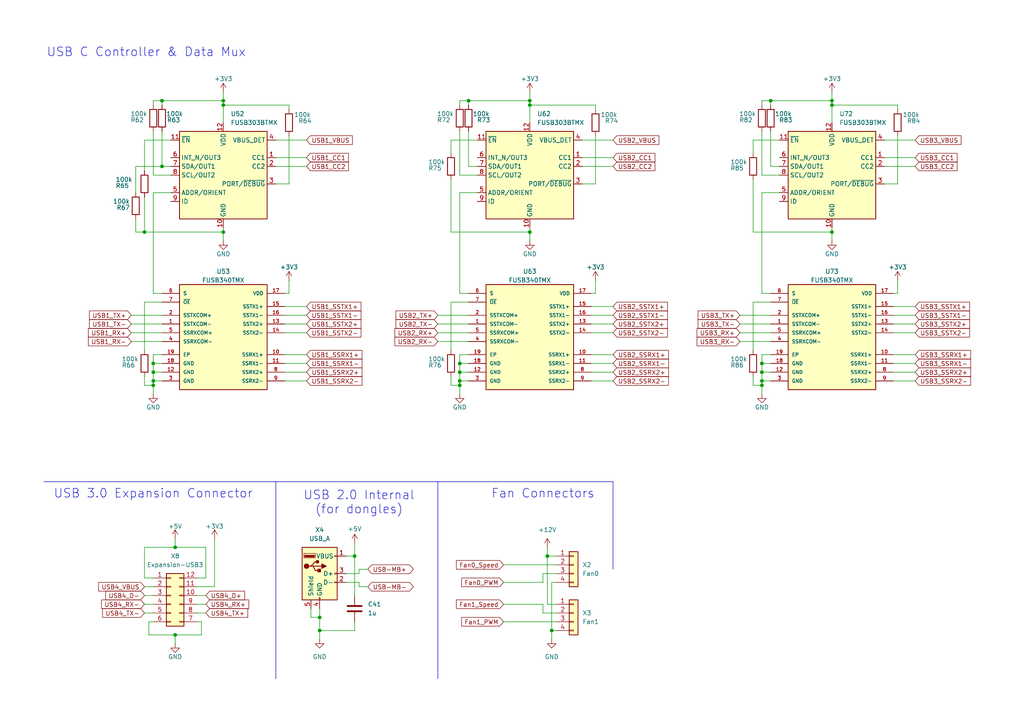
<source format=kicad_sch>
(kicad_sch (version 20250114) (generator "eeschema") (generator_version "9.0")
  (paper "A4")
  (lib_symbols
    (symbol "Connector:USB_A" (pin_names (offset 1.016))
      (property "Reference" "J" (at -5.08 11.43 0))
      (property "Value" "USB_A" (at -5.08 8.89 0))
      (symbol "USB_A_0_1"
        (rectangle (start -5.08 -7.62) (end 5.08 7.62) (stroke (width 0.254)) (fill (type background)))
        (circle (center -3.81 2.159) (radius 0.635) (stroke (width 0.254)) (fill (type outline)))
        (polyline (pts (xy -3.175 2.159) (xy -2.54 2.159) (xy -1.27 3.429) (xy -0.635 3.429)) (stroke (width 0.254)))
        (polyline (pts (xy -2.54 2.159) (xy -1.905 2.159) (xy -1.27 0.889) (xy 0 0.889)) (stroke (width 0.254)))
        (rectangle (start -1.524 4.826) (end -4.318 5.334) (fill (type outline)))
        (rectangle (start -1.27 4.572) (end -4.572 5.842))
        (circle (center -0.635 3.429) (radius 0.381) (stroke (width 0.254)) (fill (type outline)))
        (rectangle (start -0.127 -7.62) (end 0.127 -6.858))
        (rectangle (start 0.254 1.27) (end -0.508 0.508) (stroke (width 0.254)) (fill (type outline)))
        (polyline (pts (xy 0.635 2.794) (xy 0.635 1.524) (xy 1.905 2.159) (xy 0.635 2.794)) (stroke (width 0.254)) (fill (type outline)))
        (rectangle (start 5.08 4.953) (end 4.318 5.207))
        (rectangle (start 5.08 -0.127) (end 4.318 0.127))
        (rectangle (start 5.08 -2.667) (end 4.318 -2.413))
      )
      (symbol "USB_A_1_1"
        (polyline (pts (xy -1.905 2.159) (xy 0.635 2.159)) (stroke (width 0.254)))
        (pin passive line (at -2.54 -10.16 90) (length 2.54) (name "Shield") (number "5"))
        (pin power_in line (at 0 -10.16 90) (length 2.54) (name "GND") (number "4"))
        (pin power_in line (at 7.62 5.08 180) (length 2.54) (name "VBUS") (number "1"))
        (pin bidirectional line (at 7.62 0 180) (length 2.54) (name "D+") (number "3"))
        (pin bidirectional line (at 7.62 -2.54 180) (length 2.54) (name "D-") (number "2"))
      )
    )
    (symbol "Connector_Generic:Conn_01x04" (pin_names (offset 1.016) (hide yes))
      (property "Reference" "J" (at 0 5.08 0))
      (property "Value" "Conn_01x04" (at 0 -7.62 0))
      (symbol "Conn_01x04_1_1"
        (rectangle (start -1.27 3.81) (end 1.27 -6.35) (stroke (width 0.254)) (fill (type background)))
        (rectangle (start -1.27 2.667) (end 0 2.413) (stroke (width 0.1524)))
        (rectangle (start -1.27 0.127) (end 0 -0.127) (stroke (width 0.1524)))
        (rectangle (start -1.27 -2.413) (end 0 -2.667) (stroke (width 0.1524)))
        (rectangle (start -1.27 -4.953) (end 0 -5.207) (stroke (width 0.1524)))
        (pin passive line (at -5.08 2.54 0) (length 3.81) (name "Pin_1") (number "1"))
        (pin passive line (at -5.08 0 0) (length 3.81) (name "Pin_2") (number "2"))
        (pin passive line (at -5.08 -2.54 0) (length 3.81) (name "Pin_3") (number "3"))
        (pin passive line (at -5.08 -5.08 0) (length 3.81) (name "Pin_4") (number "4"))
      )
    )
    (symbol "Connector_Generic:Conn_02x06_Counter_Clockwise" (pin_names (offset 1.016) (hide yes))
      (property "Reference" "J" (at 1.27 7.62 0))
      (property "Value" "Conn_02x06_Counter_Clockwise" (at 1.27 -10.16 0))
      (symbol "Conn_02x06_Counter_Clockwise_1_1"
        (rectangle (start -1.27 6.35) (end 3.81 -8.89) (stroke (width 0.254)) (fill (type background)))
        (rectangle (start -1.27 5.207) (end 0 4.953) (stroke (width 0.1524)))
        (rectangle (start -1.27 2.667) (end 0 2.413) (stroke (width 0.1524)))
        (rectangle (start -1.27 0.127) (end 0 -0.127) (stroke (width 0.1524)))
        (rectangle (start -1.27 -2.413) (end 0 -2.667) (stroke (width 0.1524)))
        (rectangle (start -1.27 -4.953) (end 0 -5.207) (stroke (width 0.1524)))
        (rectangle (start -1.27 -7.493) (end 0 -7.747) (stroke (width 0.1524)))
        (rectangle (start 3.81 5.207) (end 2.54 4.953) (stroke (width 0.1524)))
        (rectangle (start 3.81 2.667) (end 2.54 2.413) (stroke (width 0.1524)))
        (rectangle (start 3.81 0.127) (end 2.54 -0.127) (stroke (width 0.1524)))
        (rectangle (start 3.81 -2.413) (end 2.54 -2.667) (stroke (width 0.1524)))
        (rectangle (start 3.81 -4.953) (end 2.54 -5.207) (stroke (width 0.1524)))
        (rectangle (start 3.81 -7.493) (end 2.54 -7.747) (stroke (width 0.1524)))
        (pin passive line (at -5.08 5.08 0) (length 3.81) (name "Pin_1") (number "1"))
        (pin passive line (at -5.08 2.54 0) (length 3.81) (name "Pin_2") (number "2"))
        (pin passive line (at -5.08 0 0) (length 3.81) (name "Pin_3") (number "3"))
        (pin passive line (at -5.08 -2.54 0) (length 3.81) (name "Pin_4") (number "4"))
        (pin passive line (at -5.08 -5.08 0) (length 3.81) (name "Pin_5") (number "5"))
        (pin passive line (at -5.08 -7.62 0) (length 3.81) (name "Pin_6") (number "6"))
        (pin passive line (at 7.62 5.08 180) (length 3.81) (name "Pin_12") (number "12"))
        (pin passive line (at 7.62 2.54 180) (length 3.81) (name "Pin_11") (number "11"))
        (pin passive line (at 7.62 0 180) (length 3.81) (name "Pin_10") (number "10"))
        (pin passive line (at 7.62 -2.54 180) (length 3.81) (name "Pin_9") (number "9"))
        (pin passive line (at 7.62 -5.08 180) (length 3.81) (name "Pin_8") (number "8"))
        (pin passive line (at 7.62 -7.62 180) (length 3.81) (name "Pin_7") (number "7"))
      )
    )
    (symbol "Device:C" (pin_numbers (hide yes)) (pin_names (offset 0.254))
      (property "Reference" "C" (at 0.635 2.54 0))
      (property "Value" "C" (at 0.635 -2.54 0))
      (symbol "C_0_1"
        (polyline (pts (xy -2.032 0.762) (xy 2.032 0.762)) (stroke (width 0.508)))
        (polyline (pts (xy -2.032 -0.762) (xy 2.032 -0.762)) (stroke (width 0.508)))
      )
      (symbol "C_1_1"
        (pin passive line (at 0 3.81 270) (length 2.794) (name "~") (number "1"))
        (pin passive line (at 0 -3.81 90) (length 2.794) (name "~") (number "2"))
      )
    )
    (symbol "Device:R" (pin_numbers (hide yes)) (pin_names (offset 0))
      (property "Reference" "R" (at 2.032 0 90))
      (property "Value" "R" (at 0 0 90))
      (symbol "R_0_1"
        (rectangle (start -1.016 -2.54) (end 1.016 2.54) (stroke (width 0.254)))
      )
      (symbol "R_1_1"
        (pin passive line (at 0 3.81 270) (length 1.27) (name "~") (number "1"))
        (pin passive line (at 0 -3.81 90) (length 1.27) (name "~") (number "2"))
      )
    )
    (symbol "Framework-ExpansionBay-IOModule:FUSB340TMX" (pin_names (offset 1.016))
      (property "Reference" "U" (at -12.446 18.542 0))
      (property "Value" "FUSB340TMX" (at -12.7 -14.986 0))
      (symbol "FUSB340TMX_0_0"
        (rectangle (start -12.7 17.78) (end 12.7 -12.7) (stroke (width 0.254)) (fill (type background)))
        (pin input line (at -17.78 15.24 0) (length 5.08) (name "S") (number "6"))
        (pin input line (at -17.78 12.7 0) (length 5.08) (name "~{OE}") (number "7"))
        (pin bidirectional line (at -17.78 8.89 0) (length 5.08) (name "SSTXCOM+") (number "2"))
        (pin bidirectional line (at -17.78 6.35 0) (length 5.08) (name "SSTXCOM-") (number "1"))
        (pin bidirectional line (at -17.78 3.81 0) (length 5.08) (name "SSRXCOM+") (number "5"))
        (pin bidirectional line (at -17.78 1.27 0) (length 5.08) (name "SSRXCOM-") (number "4"))
        (pin power_in line (at -17.78 -2.54 0) (length 5.08) (name "EP") (number "19"))
        (pin power_in line (at -17.78 -5.08 0) (length 5.08) (name "GND") (number "18"))
        (pin power_in line (at -17.78 -7.62 0) (length 5.08) (name "GND") (number "12"))
        (pin power_in line (at -17.78 -10.16 0) (length 5.08) (name "GND") (number "3"))
        (pin power_in line (at 17.78 15.24 180) (length 5.08) (name "VDD") (number "17"))
        (pin bidirectional line (at 17.78 11.43 180) (length 5.08) (name "SSTX1+") (number "15"))
        (pin bidirectional line (at 17.78 8.89 180) (length 5.08) (name "SSTX1-") (number "16"))
        (pin bidirectional line (at 17.78 6.35 180) (length 5.08) (name "SSTX2+") (number "13"))
        (pin bidirectional line (at 17.78 3.81 180) (length 5.08) (name "SSTX2-") (number "14"))
        (pin bidirectional line (at 17.78 -2.54 180) (length 5.08) (name "SSRX1+") (number "10"))
        (pin bidirectional line (at 17.78 -5.08 180) (length 5.08) (name "SSRX1-") (number "11"))
        (pin bidirectional line (at 17.78 -7.62 180) (length 5.08) (name "SSRX2+") (number "8"))
        (pin bidirectional line (at 17.78 -10.16 180) (length 5.08) (name "SSRX2-") (number "9"))
      )
    )
    (symbol "Interface_USB:FUSB303BTMX"
      (property "Reference" "U" (at -11.43 13.97 0))
      (property "Value" "FUSB303BTMX" (at 7.62 -13.97 0))
      (symbol "FUSB303BTMX_0_1"
        (rectangle (start -12.7 12.7) (end 12.7 -12.7) (stroke (width 0.254)) (fill (type background)))
      )
      (symbol "FUSB303BTMX_1_1"
        (pin input line (at -15.24 10.16 0) (length 2.54) (name "~{EN}") (number "11"))
        (pin open_collector line (at -15.24 5.08 0) (length 2.54) (name "INT_N/OUT3") (number "6"))
        (pin bidirectional line (at -15.24 2.54 0) (length 2.54) (name "SDA/OUT1") (number "7"))
        (pin bidirectional line (at -15.24 0 0) (length 2.54) (name "SCL/OUT2") (number "8"))
        (pin bidirectional line (at -15.24 -5.08 0) (length 2.54) (name "ADDR/ORIENT") (number "5"))
        (pin open_collector line (at -15.24 -7.62 0) (length 2.54) (name "ID") (number "9"))
        (pin power_in line (at 0 15.24 270) (length 2.54) (name "VDD") (number "12"))
        (pin power_in line (at 0 -15.24 90) (length 2.54) (name "GND") (number "10"))
        (pin input line (at 15.24 10.16 180) (length 2.54) (name "VBUS_DET") (number "4"))
        (pin bidirectional line (at 15.24 5.08 180) (length 2.54) (name "CC1") (number "1"))
        (pin bidirectional line (at 15.24 2.54 180) (length 2.54) (name "CC2") (number "2"))
        (pin bidirectional line (at 15.24 -2.54 180) (length 2.54) (name "PORT/~{DEBUG}") (number "3"))
      )
    )
    (symbol "power:+12V" (power) (pin_numbers (hide yes)) (pin_names (offset 0) (hide yes))
      (property "Value" "+12V" (at 0 3.556 0))
      (symbol "+12V_0_1"
        (polyline (pts (xy -0.762 1.27) (xy 0 2.54)))
        (polyline (pts (xy 0 2.54) (xy 0.762 1.27)))
        (polyline (pts (xy 0 0) (xy 0 2.54)))
      )
      (symbol "+12V_1_1"
        (pin power_in line (at 0 0 90) (length 0) (name "~") (number "1"))
      )
    )
    (symbol "power:+3V3" (power) (pin_numbers (hide yes)) (pin_names (offset 0) (hide yes))
      (property "Value" "+3V3" (at 0 3.556 0))
      (symbol "+3V3_0_1"
        (polyline (pts (xy -0.762 1.27) (xy 0 2.54)))
        (polyline (pts (xy 0 2.54) (xy 0.762 1.27)))
        (polyline (pts (xy 0 0) (xy 0 2.54)))
      )
      (symbol "+3V3_1_1"
        (pin power_in line (at 0 0 90) (length 0) (name "~") (number "1"))
      )
    )
    (symbol "power:+5V" (power) (pin_numbers (hide yes)) (pin_names (offset 0) (hide yes))
      (property "Value" "+5V" (at 0 3.556 0))
      (symbol "+5V_0_1"
        (polyline (pts (xy -0.762 1.27) (xy 0 2.54)))
        (polyline (pts (xy 0 2.54) (xy 0.762 1.27)))
        (polyline (pts (xy 0 0) (xy 0 2.54)))
      )
      (symbol "+5V_1_1"
        (pin power_in line (at 0 0 90) (length 0) (name "~") (number "1"))
      )
    )
    (symbol "power:GND" (power) (pin_numbers (hide yes)) (pin_names (offset 0) (hide yes))
      (property "Value" "GND" (at 0 -3.81 0))
      (symbol "GND_0_1"
        (polyline (pts (xy 0 0) (xy 0 -1.27) (xy 1.27 -1.27) (xy 0 -2.54) (xy -1.27 -1.27) (xy 0 -1.27)))
      )
      (symbol "GND_1_1"
        (pin power_in line (at 0 0 270) (length 0) (name "~") (number "1"))
      )
    )
  )
  (text "USB 2.0 Internal\n(for dongles)" (at 104.14 145.796 0) (effects (font (size 2.54 2.54))))
  (text "USB 3.0 Expansion Connector" (at 44.45 143.256 0) (effects (font (size 2.54 2.54))))
  (text "Fan Connectors" (at 157.48 143.256 0) (effects (font (size 2.54 2.54))))
  (text "USB C Controller & Data Mux" (at 42.418 15.24 0) (effects (font (size 2.54 2.54))))
  (junction (at 44.45 107.95))
  (junction (at 50.8 184.15))
  (junction (at 133.35 105.41))
  (junction (at 64.77 29.21))
  (junction (at 46.99 29.21))
  (junction (at 153.67 30.48))
  (junction (at 241.3 29.21))
  (junction (at 220.98 107.95))
  (junction (at 44.45 111.76))
  (junction (at 92.71 179.07))
  (junction (at 92.71 182.88))
  (junction (at 220.98 110.49))
  (junction (at 160.02 182.88))
  (junction (at 220.98 111.76))
  (junction (at 133.35 110.49))
  (junction (at 220.98 105.41))
  (junction (at 46.99 48.26))
  (junction (at 241.3 30.48))
  (junction (at 50.8 158.75))
  (junction (at 158.75 161.29))
  (junction (at 41.91 67.31))
  (junction (at 64.77 30.48))
  (junction (at 102.87 161.29))
  (junction (at 241.3 67.31))
  (junction (at 133.35 111.76))
  (junction (at 135.89 29.21))
  (junction (at 44.45 105.41))
  (junction (at 153.67 29.21))
  (junction (at 133.35 107.95))
  (junction (at 44.45 110.49))
  (junction (at 153.67 67.31))
  (junction (at 223.52 29.21))
  (junction (at 64.77 67.31))
  (wire (pts (xy 241.3 26.67) (xy 241.3 29.21)))
  (wire (pts (xy 153.67 26.67) (xy 153.67 29.21)))
  (wire (pts (xy 260.35 85.09) (xy 259.08 85.09)))
  (wire (pts (xy 41.91 40.64) (xy 49.53 40.64)))
  (wire (pts (xy 168.91 48.26) (xy 177.8 48.26)))
  (wire (pts (xy 104.14 168.91) (xy 104.14 170.18)))
  (wire (pts (xy 256.54 40.64) (xy 265.43 40.64)))
  (wire (pts (xy 218.44 44.45) (xy 218.44 40.64)))
  (wire (pts (xy 80.01 48.26) (xy 88.9 48.26)))
  (wire (pts (xy 130.81 67.31) (xy 153.67 67.31)))
  (wire (pts (xy 220.98 110.49) (xy 223.52 110.49)))
  (wire (pts (xy 133.35 110.49) (xy 135.89 110.49)))
  (wire (pts (xy 214.63 96.52) (xy 223.52 96.52)))
  (wire (pts (xy 241.3 67.31) (xy 241.3 69.85)))
  (wire (pts (xy 171.45 107.95) (xy 177.8 107.95)))
  (wire (pts (xy 82.55 91.44) (xy 88.9 91.44)))
  (wire (pts (xy 104.14 170.18) (xy 106.68 170.18)))
  (wire (pts (xy 218.44 101.6) (xy 218.44 87.63)))
  (wire (pts (xy 43.18 180.34) (xy 43.18 184.15)))
  (wire (pts (xy 49.53 55.88) (xy 44.45 55.88)))
  (wire (pts (xy 41.91 67.31) (xy 64.77 67.31)))
  (wire (pts (xy 41.91 158.75) (xy 50.8 158.75)))
  (wire (pts (xy 39.37 67.31) (xy 41.91 67.31)))
  (wire (pts (xy 82.55 88.9) (xy 88.9 88.9)))
  (wire (pts (xy 160.02 182.88) (xy 160.02 185.42)))
  (wire (pts (xy 130.81 52.07) (xy 130.81 67.31)))
  (wire (pts (xy 130.81 111.76) (xy 133.35 111.76)))
  (wire (pts (xy 104.14 165.1) (xy 104.14 166.37)))
  (wire (pts (xy 46.99 29.21) (xy 46.99 30.48)))
  (wire (pts (xy 80.01 40.64) (xy 88.9 40.64)))
  (wire (pts (xy 44.45 111.76) (xy 44.45 110.49)))
  (wire (pts (xy 172.72 30.48) (xy 153.67 30.48)))
  (wire (pts (xy 41.91 101.6) (xy 41.91 87.63)))
  (wire (pts (xy 218.44 111.76) (xy 220.98 111.76)))
  (wire (pts (xy 83.82 39.37) (xy 83.82 53.34)))
  (wire (pts (xy 133.35 114.3) (xy 133.35 111.76)))
  (wire (pts (xy 218.44 67.31) (xy 241.3 67.31)))
  (wire (pts (xy 64.77 67.31) (xy 64.77 69.85)))
  (wire (pts (xy 83.82 53.34) (xy 80.01 53.34)))
  (wire (pts (xy 133.35 30.48) (xy 133.35 29.21)))
  (wire (pts (xy 58.42 180.34) (xy 58.42 184.15)))
  (wire (pts (xy 41.91 57.15) (xy 41.91 67.31)))
  (wire (pts (xy 218.44 52.07) (xy 218.44 67.31)))
  (wire (pts (xy 226.06 55.88) (xy 220.98 55.88)))
  (wire (pts (xy 220.98 102.87) (xy 223.52 102.87)))
  (wire (pts (xy 133.35 105.41) (xy 135.89 105.41)))
  (wire (pts (xy 138.43 55.88) (xy 133.35 55.88)))
  (wire (pts (xy 146.05 180.34) (xy 161.29 180.34)))
  (wire (pts (xy 241.3 29.21) (xy 241.3 30.48)))
  (wire (pts (xy 46.99 48.26) (xy 49.53 48.26)))
  (wire (pts (xy 41.91 109.22) (xy 41.91 111.76)))
  (wire (pts (xy 133.35 107.95) (xy 133.35 105.41)))
  (wire (pts (xy 44.45 29.21) (xy 46.99 29.21)))
  (wire (pts (xy 38.1 91.44) (xy 46.99 91.44)))
  (wire (pts (xy 133.35 50.8) (xy 133.35 38.1)))
  (wire (pts (xy 41.91 49.53) (xy 41.91 40.64)))
  (wire (pts (xy 44.45 114.3) (xy 44.45 111.76)))
  (wire (pts (xy 172.72 53.34) (xy 168.91 53.34)))
  (wire (pts (xy 171.45 96.52) (xy 177.8 96.52)))
  (wire (pts (xy 41.91 175.26) (xy 44.45 175.26)))
  (wire (pts (xy 64.77 29.21) (xy 64.77 30.48)))
  (wire (pts (xy 57.15 180.34) (xy 58.42 180.34)))
  (wire (pts (xy 57.15 172.72) (xy 59.69 172.72)))
  (wire (pts (xy 44.45 55.88) (xy 44.45 85.09)))
  (wire (pts (xy 218.44 109.22) (xy 218.44 111.76)))
  (wire (pts (xy 220.98 55.88) (xy 220.98 85.09)))
  (polyline (pts (xy 177.8 165.1) (xy 177.8 139.7)))
  (wire (pts (xy 104.14 165.1) (xy 106.68 165.1)))
  (wire (pts (xy 256.54 48.26) (xy 265.43 48.26)))
  (wire (pts (xy 259.08 88.9) (xy 265.43 88.9)))
  (wire (pts (xy 168.91 40.64) (xy 177.8 40.64)))
  (wire (pts (xy 133.35 102.87) (xy 135.89 102.87)))
  (wire (pts (xy 260.35 31.75) (xy 260.35 30.48)))
  (wire (pts (xy 135.89 38.1) (xy 135.89 48.26)))
  (wire (pts (xy 130.81 101.6) (xy 130.81 87.63)))
  (wire (pts (xy 130.81 40.64) (xy 138.43 40.64)))
  (wire (pts (xy 260.35 39.37) (xy 260.35 53.34)))
  (wire (pts (xy 157.48 177.8) (xy 161.29 177.8)))
  (wire (pts (xy 223.52 38.1) (xy 223.52 48.26)))
  (wire (pts (xy 171.45 88.9) (xy 177.8 88.9)))
  (wire (pts (xy 90.17 176.53) (xy 90.17 179.07)))
  (wire (pts (xy 64.77 26.67) (xy 64.77 29.21)))
  (wire (pts (xy 41.91 111.76) (xy 44.45 111.76)))
  (wire (pts (xy 146.05 175.26) (xy 157.48 175.26)))
  (wire (pts (xy 158.75 175.26) (xy 158.75 161.29)))
  (wire (pts (xy 260.35 53.34) (xy 256.54 53.34)))
  (wire (pts (xy 44.45 105.41) (xy 44.45 102.87)))
  (wire (pts (xy 172.72 85.09) (xy 171.45 85.09)))
  (wire (pts (xy 161.29 175.26) (xy 158.75 175.26)))
  (wire (pts (xy 158.75 161.29) (xy 161.29 161.29)))
  (wire (pts (xy 44.45 105.41) (xy 46.99 105.41)))
  (wire (pts (xy 59.69 167.64) (xy 57.15 167.64)))
  (wire (pts (xy 64.77 66.04) (xy 64.77 67.31)))
  (wire (pts (xy 44.45 180.34) (xy 43.18 180.34)))
  (wire (pts (xy 92.71 182.88) (xy 92.71 185.42)))
  (wire (pts (xy 82.55 107.95) (xy 88.9 107.95)))
  (wire (pts (xy 127 99.06) (xy 135.89 99.06)))
  (wire (pts (xy 220.98 50.8) (xy 220.98 38.1)))
  (wire (pts (xy 59.69 158.75) (xy 59.69 167.64)))
  (wire (pts (xy 44.45 110.49) (xy 46.99 110.49)))
  (wire (pts (xy 260.35 81.28) (xy 260.35 85.09)))
  (wire (pts (xy 153.67 29.21) (xy 153.67 30.48)))
  (wire (pts (xy 83.82 85.09) (xy 82.55 85.09)))
  (wire (pts (xy 44.45 107.95) (xy 46.99 107.95)))
  (wire (pts (xy 220.98 105.41) (xy 223.52 105.41)))
  (wire (pts (xy 44.45 107.95) (xy 44.45 105.41)))
  (wire (pts (xy 44.45 110.49) (xy 44.45 107.95)))
  (wire (pts (xy 130.81 109.22) (xy 130.81 111.76)))
  (wire (pts (xy 102.87 161.29) (xy 102.87 157.48)))
  (wire (pts (xy 220.98 30.48) (xy 220.98 29.21)))
  (wire (pts (xy 133.35 107.95) (xy 135.89 107.95)))
  (wire (pts (xy 39.37 48.26) (xy 46.99 48.26)))
  (wire (pts (xy 50.8 156.21) (xy 50.8 158.75)))
  (wire (pts (xy 62.23 170.18) (xy 57.15 170.18)))
  (wire (pts (xy 41.91 167.64) (xy 41.91 158.75)))
  (wire (pts (xy 171.45 110.49) (xy 177.8 110.49)))
  (wire (pts (xy 92.71 179.07) (xy 92.71 182.88)))
  (wire (pts (xy 171.45 105.41) (xy 177.8 105.41)))
  (wire (pts (xy 127 96.52) (xy 135.89 96.52)))
  (wire (pts (xy 133.35 85.09) (xy 135.89 85.09)))
  (wire (pts (xy 102.87 161.29) (xy 102.87 172.72)))
  (wire (pts (xy 92.71 182.88) (xy 102.87 182.88)))
  (wire (pts (xy 50.8 158.75) (xy 59.69 158.75)))
  (wire (pts (xy 160.02 182.88) (xy 161.29 182.88)))
  (polyline (pts (xy 80.01 139.7) (xy 80.01 196.85)))
  (wire (pts (xy 38.1 96.52) (xy 46.99 96.52)))
  (wire (pts (xy 58.42 184.15) (xy 50.8 184.15)))
  (wire (pts (xy 82.55 96.52) (xy 88.9 96.52)))
  (wire (pts (xy 57.15 177.8) (xy 59.69 177.8)))
  (wire (pts (xy 46.99 38.1) (xy 46.99 48.26)))
  (wire (pts (xy 100.33 168.91) (xy 104.14 168.91)))
  (wire (pts (xy 44.45 85.09) (xy 46.99 85.09)))
  (wire (pts (xy 44.45 30.48) (xy 44.45 29.21)))
  (wire (pts (xy 133.35 29.21) (xy 135.89 29.21)))
  (wire (pts (xy 82.55 110.49) (xy 88.9 110.49)))
  (wire (pts (xy 153.67 66.04) (xy 153.67 67.31)))
  (wire (pts (xy 82.55 105.41) (xy 88.9 105.41)))
  (wire (pts (xy 218.44 40.64) (xy 226.06 40.64)))
  (wire (pts (xy 130.81 44.45) (xy 130.81 40.64)))
  (wire (pts (xy 41.91 172.72) (xy 44.45 172.72)))
  (wire (pts (xy 241.3 30.48) (xy 241.3 35.56)))
  (wire (pts (xy 259.08 102.87) (xy 265.43 102.87)))
  (wire (pts (xy 259.08 105.41) (xy 265.43 105.41)))
  (wire (pts (xy 260.35 30.48) (xy 241.3 30.48)))
  (wire (pts (xy 43.18 184.15) (xy 50.8 184.15)))
  (wire (pts (xy 46.99 29.21) (xy 64.77 29.21)))
  (wire (pts (xy 226.06 50.8) (xy 220.98 50.8)))
  (wire (pts (xy 220.98 110.49) (xy 220.98 107.95)))
  (wire (pts (xy 146.05 168.91) (xy 157.48 168.91)))
  (wire (pts (xy 44.45 102.87) (xy 46.99 102.87)))
  (wire (pts (xy 130.81 87.63) (xy 135.89 87.63)))
  (wire (pts (xy 133.35 110.49) (xy 133.35 107.95)))
  (wire (pts (xy 220.98 114.3) (xy 220.98 111.76)))
  (wire (pts (xy 220.98 85.09) (xy 223.52 85.09)))
  (wire (pts (xy 259.08 107.95) (xy 265.43 107.95)))
  (wire (pts (xy 133.35 111.76) (xy 133.35 110.49)))
  (wire (pts (xy 64.77 30.48) (xy 64.77 35.56)))
  (wire (pts (xy 83.82 30.48) (xy 64.77 30.48)))
  (wire (pts (xy 171.45 102.87) (xy 177.8 102.87)))
  (wire (pts (xy 153.67 67.31) (xy 153.67 69.85)))
  (wire (pts (xy 223.52 48.26) (xy 226.06 48.26)))
  (wire (pts (xy 62.23 156.21) (xy 62.23 170.18)))
  (wire (pts (xy 218.44 87.63) (xy 223.52 87.63)))
  (wire (pts (xy 50.8 184.15) (xy 50.8 186.69)))
  (wire (pts (xy 41.91 170.18) (xy 44.45 170.18)))
  (wire (pts (xy 241.3 66.04) (xy 241.3 67.31)))
  (wire (pts (xy 214.63 99.06) (xy 223.52 99.06)))
  (wire (pts (xy 39.37 63.5) (xy 39.37 67.31)))
  (wire (pts (xy 259.08 91.44) (xy 265.43 91.44)))
  (wire (pts (xy 39.37 55.88) (xy 39.37 48.26)))
  (wire (pts (xy 168.91 45.72) (xy 177.8 45.72)))
  (wire (pts (xy 44.45 167.64) (xy 41.91 167.64)))
  (wire (pts (xy 220.98 105.41) (xy 220.98 102.87)))
  (wire (pts (xy 160.02 168.91) (xy 161.29 168.91)))
  (wire (pts (xy 220.98 107.95) (xy 223.52 107.95)))
  (wire (pts (xy 133.35 55.88) (xy 133.35 85.09)))
  (polyline (pts (xy 127 139.7) (xy 127 196.85)))
  (wire (pts (xy 157.48 166.37) (xy 157.48 168.91)))
  (wire (pts (xy 38.1 99.06) (xy 46.99 99.06)))
  (wire (pts (xy 172.72 39.37) (xy 172.72 53.34)))
  (polyline (pts (xy 12.7 139.7) (xy 177.8 139.7)))
  (wire (pts (xy 100.33 161.29) (xy 102.87 161.29)))
  (wire (pts (xy 223.52 29.21) (xy 223.52 30.48)))
  (wire (pts (xy 102.87 180.34) (xy 102.87 182.88)))
  (wire (pts (xy 92.71 176.53) (xy 92.71 179.07)))
  (wire (pts (xy 135.89 29.21) (xy 153.67 29.21)))
  (wire (pts (xy 135.89 29.21) (xy 135.89 30.48)))
  (wire (pts (xy 90.17 179.07) (xy 92.71 179.07)))
  (wire (pts (xy 259.08 93.98) (xy 265.43 93.98)))
  (wire (pts (xy 160.02 168.91) (xy 160.02 182.88)))
  (wire (pts (xy 153.67 30.48) (xy 153.67 35.56)))
  (wire (pts (xy 172.72 81.28) (xy 172.72 85.09)))
  (wire (pts (xy 157.48 177.8) (xy 157.48 175.26)))
  (wire (pts (xy 80.01 45.72) (xy 88.9 45.72)))
  (wire (pts (xy 82.55 102.87) (xy 88.9 102.87)))
  (wire (pts (xy 44.45 50.8) (xy 44.45 38.1)))
  (wire (pts (xy 104.14 166.37) (xy 100.33 166.37)))
  (wire (pts (xy 133.35 105.41) (xy 133.35 102.87)))
  (wire (pts (xy 127 93.98) (xy 135.89 93.98)))
  (wire (pts (xy 214.63 93.98) (xy 223.52 93.98)))
  (wire (pts (xy 171.45 93.98) (xy 177.8 93.98)))
  (wire (pts (xy 157.48 166.37) (xy 161.29 166.37)))
  (wire (pts (xy 41.91 87.63) (xy 46.99 87.63)))
  (wire (pts (xy 57.15 175.26) (xy 59.69 175.26)))
  (wire (pts (xy 135.89 48.26) (xy 138.43 48.26)))
  (wire (pts (xy 83.82 81.28) (xy 83.82 85.09)))
  (wire (pts (xy 220.98 111.76) (xy 220.98 110.49)))
  (wire (pts (xy 220.98 29.21) (xy 223.52 29.21)))
  (wire (pts (xy 49.53 50.8) (xy 44.45 50.8)))
  (wire (pts (xy 214.63 91.44) (xy 223.52 91.44)))
  (wire (pts (xy 259.08 110.49) (xy 265.43 110.49)))
  (wire (pts (xy 171.45 91.44) (xy 177.8 91.44)))
  (wire (pts (xy 220.98 107.95) (xy 220.98 105.41)))
  (wire (pts (xy 38.1 93.98) (xy 46.99 93.98)))
  (wire (pts (xy 127 91.44) (xy 135.89 91.44)))
  (wire (pts (xy 146.05 163.83) (xy 161.29 163.83)))
  (wire (pts (xy 83.82 31.75) (xy 83.82 30.48)))
  (wire (pts (xy 172.72 31.75) (xy 172.72 30.48)))
  (wire (pts (xy 223.52 29.21) (xy 241.3 29.21)))
  (wire (pts (xy 138.43 50.8) (xy 133.35 50.8)))
  (wire (pts (xy 41.91 177.8) (xy 44.45 177.8)))
  (wire (pts (xy 82.55 93.98) (xy 88.9 93.98)))
  (wire (pts (xy 259.08 96.52) (xy 265.43 96.52)))
  (wire (pts (xy 158.75 158.75) (xy 158.75 161.29)))
  (wire (pts (xy 256.54 45.72) (xy 265.43 45.72)))
  (global_label "USB4_RX+" (shape input) (at 59.69 175.26 0) (property "Intersheetrefs" "${INTERSHEET_REFS}" (effects (hide yes))))
  (global_label "USB1_VBUS" (shape input) (at 88.9 40.64 0) (property "Intersheetrefs" "${INTERSHEET_REFS}" (effects (hide yes))))
  (global_label "USB2_SSTX2+" (shape input) (at 177.8 93.98 0) (property "Intersheetrefs" "${INTERSHEET_REFS}" (effects (hide yes))))
  (global_label "USB1_SSRX2-" (shape input) (at 88.9 110.49 0) (property "Intersheetrefs" "${INTERSHEET_REFS}" (effects (hide yes))))
  (global_label "Fan1_PWM" (shape input) (at 146.05 180.34 180) (property "Intersheetrefs" "${INTERSHEET_REFS}" (effects (hide yes))))
  (global_label "Fan1_Speed" (shape input) (at 146.05 175.26 180) (property "Intersheetrefs" "${INTERSHEET_REFS}" (effects (hide yes))))
  (global_label "USB-MB+" (shape bidirectional) (at 106.68 165.1 0) (property "Intersheetrefs" "${INTERSHEET_REFS}" (effects (hide yes))))
  (global_label "USB2_RX-" (shape input) (at 127 99.06 180) (property "Intersheetrefs" "${INTERSHEET_REFS}" (effects (hide yes))))
  (global_label "USB3_RX+" (shape input) (at 214.63 96.52 180) (property "Intersheetrefs" "${INTERSHEET_REFS}" (effects (hide yes))))
  (global_label "USB-MB-" (shape bidirectional) (at 106.68 170.18 0) (property "Intersheetrefs" "${INTERSHEET_REFS}" (effects (hide yes))))
  (global_label "Fan0_Speed" (shape input) (at 146.05 163.83 180) (property "Intersheetrefs" "${INTERSHEET_REFS}" (effects (hide yes))))
  (global_label "USB1_CC1" (shape input) (at 88.9 45.72 0) (property "Intersheetrefs" "${INTERSHEET_REFS}" (effects (hide yes))))
  (global_label "USB1_SSRX2+" (shape input) (at 88.9 107.95 0) (property "Intersheetrefs" "${INTERSHEET_REFS}" (effects (hide yes))))
  (global_label "USB2_VBUS" (shape input) (at 177.8 40.64 0) (property "Intersheetrefs" "${INTERSHEET_REFS}" (effects (hide yes))))
  (global_label "USB1_SSTX1+" (shape input) (at 88.9 88.9 0) (property "Intersheetrefs" "${INTERSHEET_REFS}" (effects (hide yes))))
  (global_label "USB3_CC2" (shape input) (at 265.43 48.26 0) (property "Intersheetrefs" "${INTERSHEET_REFS}" (effects (hide yes))))
  (global_label "USB2_SSTX2-" (shape input) (at 177.8 96.52 0) (property "Intersheetrefs" "${INTERSHEET_REFS}" (effects (hide yes))))
  (global_label "USB2_SSTX1+" (shape input) (at 177.8 88.9 0) (property "Intersheetrefs" "${INTERSHEET_REFS}" (effects (hide yes))))
  (global_label "USB1_CC2" (shape input) (at 88.9 48.26 0) (property "Intersheetrefs" "${INTERSHEET_REFS}" (effects (hide yes))))
  (global_label "USB3_SSTX1-" (shape input) (at 265.43 91.44 0) (property "Intersheetrefs" "${INTERSHEET_REFS}" (effects (hide yes))))
  (global_label "USB1_SSRX1-" (shape input) (at 88.9 105.41 0) (property "Intersheetrefs" "${INTERSHEET_REFS}" (effects (hide yes))))
  (global_label "USB1_SSTX2+" (shape input) (at 88.9 93.98 0) (property "Intersheetrefs" "${INTERSHEET_REFS}" (effects (hide yes))))
  (global_label "USB1_SSTX2-" (shape input) (at 88.9 96.52 0) (property "Intersheetrefs" "${INTERSHEET_REFS}" (effects (hide yes))))
  (global_label "USB4_TX-" (shape input) (at 41.91 177.8 180) (property "Intersheetrefs" "${INTERSHEET_REFS}" (effects (hide yes))))
  (global_label "USB3_SSRX1-" (shape input) (at 265.43 105.41 0) (property "Intersheetrefs" "${INTERSHEET_REFS}" (effects (hide yes))))
  (global_label "USB3_SSTX2+" (shape input) (at 265.43 93.98 0) (property "Intersheetrefs" "${INTERSHEET_REFS}" (effects (hide yes))))
  (global_label "USB2_CC2" (shape input) (at 177.8 48.26 0) (property "Intersheetrefs" "${INTERSHEET_REFS}" (effects (hide yes))))
  (global_label "USB4_TX+" (shape input) (at 59.69 177.8 0) (property "Intersheetrefs" "${INTERSHEET_REFS}" (effects (hide yes))))
  (global_label "USB4_VBUS" (shape input) (at 41.91 170.18 180) (property "Intersheetrefs" "${INTERSHEET_REFS}" (effects (hide yes))))
  (global_label "USB4_D-" (shape input) (at 41.91 172.72 180) (property "Intersheetrefs" "${INTERSHEET_REFS}" (effects (hide yes))))
  (global_label "USB2_CC1" (shape input) (at 177.8 45.72 0) (property "Intersheetrefs" "${INTERSHEET_REFS}" (effects (hide yes))))
  (global_label "USB3_SSTX1+" (shape input) (at 265.43 88.9 0) (property "Intersheetrefs" "${INTERSHEET_REFS}" (effects (hide yes))))
  (global_label "USB3_SSRX2+" (shape input) (at 265.43 107.95 0) (property "Intersheetrefs" "${INTERSHEET_REFS}" (effects (hide yes))))
  (global_label "USB3_SSTX2-" (shape input) (at 265.43 96.52 0) (property "Intersheetrefs" "${INTERSHEET_REFS}" (effects (hide yes))))
  (global_label "USB4_RX-" (shape input) (at 41.91 175.26 180) (property "Intersheetrefs" "${INTERSHEET_REFS}" (effects (hide yes))))
  (global_label "USB2_SSTX1-" (shape input) (at 177.8 91.44 0) (property "Intersheetrefs" "${INTERSHEET_REFS}" (effects (hide yes))))
  (global_label "USB2_TX+" (shape input) (at 127 91.44 180) (property "Intersheetrefs" "${INTERSHEET_REFS}" (effects (hide yes))))
  (global_label "USB1_TX-" (shape input) (at 38.1 93.98 180) (property "Intersheetrefs" "${INTERSHEET_REFS}" (effects (hide yes))))
  (global_label "USB4_D+" (shape input) (at 59.69 172.72 0) (property "Intersheetrefs" "${INTERSHEET_REFS}" (effects (hide yes))))
  (global_label "USB3_SSRX1+" (shape input) (at 265.43 102.87 0) (property "Intersheetrefs" "${INTERSHEET_REFS}" (effects (hide yes))))
  (global_label "USB3_VBUS" (shape input) (at 265.43 40.64 0) (property "Intersheetrefs" "${INTERSHEET_REFS}" (effects (hide yes))))
  (global_label "USB2_SSRX2-" (shape input) (at 177.8 110.49 0) (property "Intersheetrefs" "${INTERSHEET_REFS}" (effects (hide yes))))
  (global_label "USB1_SSTX1-" (shape input) (at 88.9 91.44 0) (property "Intersheetrefs" "${INTERSHEET_REFS}" (effects (hide yes))))
  (global_label "Fan0_PWM" (shape input) (at 146.05 168.91 180) (property "Intersheetrefs" "${INTERSHEET_REFS}" (effects (hide yes))))
  (global_label "USB3_TX-" (shape input) (at 214.63 93.98 180) (property "Intersheetrefs" "${INTERSHEET_REFS}" (effects (hide yes))))
  (global_label "USB1_TX+" (shape input) (at 38.1 91.44 180) (property "Intersheetrefs" "${INTERSHEET_REFS}" (effects (hide yes))))
  (global_label "USB2_RX+" (shape input) (at 127 96.52 180) (property "Intersheetrefs" "${INTERSHEET_REFS}" (effects (hide yes))))
  (global_label "USB3_SSRX2-" (shape input) (at 265.43 110.49 0) (property "Intersheetrefs" "${INTERSHEET_REFS}" (effects (hide yes))))
  (global_label "USB3_TX+" (shape input) (at 214.63 91.44 180) (property "Intersheetrefs" "${INTERSHEET_REFS}" (effects (hide yes))))
  (global_label "USB2_SSRX1+" (shape input) (at 177.8 102.87 0) (property "Intersheetrefs" "${INTERSHEET_REFS}" (effects (hide yes))))
  (global_label "USB1_SSRX1+" (shape input) (at 88.9 102.87 0) (property "Intersheetrefs" "${INTERSHEET_REFS}" (effects (hide yes))))
  (global_label "USB1_RX-" (shape input) (at 38.1 99.06 180) (property "Intersheetrefs" "${INTERSHEET_REFS}" (effects (hide yes))))
  (global_label "USB2_SSRX2+" (shape input) (at 177.8 107.95 0) (property "Intersheetrefs" "${INTERSHEET_REFS}" (effects (hide yes))))
  (global_label "USB1_RX+" (shape input) (at 38.1 96.52 180) (property "Intersheetrefs" "${INTERSHEET_REFS}" (effects (hide yes))))
  (global_label "USB3_CC1" (shape input) (at 265.43 45.72 0) (property "Intersheetrefs" "${INTERSHEET_REFS}" (effects (hide yes))))
  (global_label "USB3_RX-" (shape input) (at 214.63 99.06 180) (property "Intersheetrefs" "${INTERSHEET_REFS}" (effects (hide yes))))
  (global_label "USB2_SSRX1-" (shape input) (at 177.8 105.41 0) (property "Intersheetrefs" "${INTERSHEET_REFS}" (effects (hide yes))))
  (global_label "USB2_TX-" (shape input) (at 127 93.98 180) (property "Intersheetrefs" "${INTERSHEET_REFS}" (effects (hide yes))))
  (symbol (lib_id "Device:R") (at 83.82 35.56 180) (unit 1)
    (property "Reference" "R64" (at 90.424 35.052 0) (effects (justify left)))
    (property "Value" "100k" (at 90.17 33.274 0) (effects (justify left)))
    (property "Footprint" "Resistor_SMD:R_0805_2012Metric" (effects (hide yes)))
    (property "Description" "Resistor" (effects (hide yes)))
  )
  (symbol (lib_id "power:GND") (at 220.98 114.3 0) (unit 1)
    (property "Reference" "#PWR029" (effects (hide yes)))
    (property "Value" "GND" (at 220.98 118.11 0))
    (property "Description" "Power symbol creates a global label with name \"GND\" , ground" (effects (hide yes)))
  )
  (symbol (lib_id "power:GND") (at 241.3 69.85 0) (unit 1)
    (property "Reference" "#PWR046" (effects (hide yes)))
    (property "Value" "GND" (at 241.3 73.66 0))
    (property "Description" "Power symbol creates a global label with name \"GND\" , ground" (effects (hide yes)))
  )
  (symbol (lib_id "power:+12V") (at 158.75 158.75 0) (unit 1)
    (property "Reference" "#PWR03" (effects (hide yes)))
    (property "Value" "+12V" (at 158.75 153.67 0))
    (property "Description" "Power symbol creates a global label with name \"+12V\"" (effects (hide yes)))
  )
  (symbol (lib_id "Connector_Generic:Conn_01x04") (at 166.37 163.83 0) (unit 1)
    (property "Reference" "X2" (at 168.91 163.8299 0) (effects (justify left)))
    (property "Value" "Fan0" (at 168.91 166.3699 0) (effects (justify left)))
    (property "Footprint" "Framework-ExpansionBay:Molex-52746-0471" (effects (hide yes)))
    (property "Datasheet" "https://www.molex.com/en-us/products/part-detail/527460471?display=pdf" (effects (hide yes)))
    (property "Description" "Generic connector, single row, 01x04, script generated (kicad-library-utils/schlib/autogen/connector/)" (effects (hide yes)))
  )
  (symbol (lib_id "Connector_Generic:Conn_02x06_Counter_Clockwise") (at 49.53 172.72 0) (unit 1)
    (property "Reference" "X8" (at 50.8 161.29 0))
    (property "Value" "Expansion-USB3" (at 50.8 163.83 0))
    (property "Footprint" "Framework-ExpansionBay-IOModule:DS1015-02-12R6" (effects (hide yes)))
    (property "Description" "Generic connector, double row, 02x06, counter clockwise pin numbering scheme (similar to DIP package numbering), script generated (kicad-library-utils/schlib/autogen/connector/)" (effects (hide yes)))
  )
  (symbol (lib_id "power:+5V") (at 50.8 156.21 0) (unit 1)
    (property "Reference" "#PWR040" (effects (hide yes)))
    (property "Value" "+5V" (at 50.8 152.654 0))
    (property "Description" "Power symbol creates a global label with name \"+5V\"" (effects (hide yes)))
  )
  (symbol (lib_id "power:+3V3") (at 260.35 81.28 0) (unit 1)
    (property "Reference" "#PWR047" (effects (hide yes)))
    (property "Value" "+3V3" (at 260.35 77.47 0))
    (property "Description" "Power symbol creates a global label with name \"+3V3\"" (effects (hide yes)))
  )
  (symbol (lib_id "power:GND") (at 44.45 114.3 0) (unit 1)
    (property "Reference" "#PWR023" (effects (hide yes)))
    (property "Value" "GND" (at 44.45 118.11 0))
    (property "Description" "Power symbol creates a global label with name \"GND\" , ground" (effects (hide yes)))
  )
  (symbol (lib_id "Framework-ExpansionBay-IOModule:FUSB340TMX") (at 241.3 100.33 0) (unit 1)
    (property "Reference" "U73" (at 241.3 78.74 0))
    (property "Value" "FUSB340TMX" (at 241.3 81.28 0))
    (property "Footprint" "Framework-ExpansionBay-IOModule:QFN40P200X280X40-19N" (effects (hide yes)))
    (property "MF" "ON Semiconductor" (effects (hide yes)))
    (property "MAXIMUM_PACKAGE_HEIGHT" "0.4mm" (effects (hide yes)))
    (property "Package" "X2QFN-18 ON Semiconductor" (effects (hide yes)))
    (property "Price" "None" (effects (hide yes)))
    (property "Check_prices" "https://www.snapeda.com/parts/FUSB340TMX/Onsemi/view-part/?ref=eda" (effects (hide yes)))
    (property "STANDARD" "Manufacturer Recommendations" (effects (hide yes)))
    (property "PARTREV" "2" (effects (hide yes)))
    (property "SnapEDA_Link" "https://www.snapeda.com/parts/FUSB340TMX/Onsemi/view-part/?ref=snap" (effects (hide yes)))
    (property "MP" "FUSB340TMX" (effects (hide yes)))
    (property "Description_1" "USB Switch USB 3.1 USB Interface 18-TMLP (2x2.8)" (effects (hide yes)))
    (property "Availability" "In Stock" (effects (hide yes)))
    (property "MANUFACTURER" "ON Semiconductor" (effects (hide yes)))
  )
  (symbol (lib_id "Device:R") (at 133.35 34.29 0) (unit 1)
    (property "Reference" "R72" (at 126.746 34.798 0) (effects (justify left)))
    (property "Value" "100k" (at 126.746 33.02 0) (effects (justify left)))
    (property "Footprint" "Resistor_SMD:R_0805_2012Metric" (effects (hide yes)))
    (property "Description" "Resistor" (effects (hide yes)))
  )
  (symbol (lib_id "Device:R") (at 44.45 34.29 0) (unit 1)
    (property "Reference" "R62" (at 37.846 34.798 0) (effects (justify left)))
    (property "Value" "100k" (at 37.846 33.02 0) (effects (justify left)))
    (property "Footprint" "Resistor_SMD:R_0805_2012Metric" (effects (hide yes)))
    (property "Description" "Resistor" (effects (hide yes)))
  )
  (symbol (lib_id "Device:R") (at 135.89 34.29 180) (unit 1)
    (property "Reference" "R73" (at 142.24 34.798 0) (effects (justify left)))
    (property "Value" "100k" (at 141.986 33.02 0) (effects (justify left)))
    (property "Footprint" "Resistor_SMD:R_0805_2012Metric" (effects (hide yes)))
    (property "Description" "Resistor" (effects (hide yes)))
  )
  (symbol (lib_id "Interface_USB:FUSB303BTMX") (at 153.67 50.8 0) (unit 1)
    (property "Reference" "U62" (at 155.8133 33.02 0) (effects (justify left)))
    (property "Value" "FUSB303BTMX" (at 155.8133 35.56 0) (effects (justify left)))
    (property "Footprint" "Package_DFN_QFN:Texas_X2QFN-12_1.6x1.6mm_P0.4mm" (effects (hide yes)))
    (property "Datasheet" "https://www.onsemi.com/pdf/datasheet/fusb303b-d.pdf" (effects (hide yes)))
    (property "Description" "USB Type-C port controller with I2C and GPIO control, X2QFN-12" (effects (hide yes)))
  )
  (symbol (lib_id "Device:R") (at 223.52 34.29 180) (unit 1)
    (property "Reference" "R83" (at 229.87 34.798 0) (effects (justify left)))
    (property "Value" "100k" (at 229.616 33.02 0) (effects (justify left)))
    (property "Footprint" "Resistor_SMD:R_0805_2012Metric" (effects (hide yes)))
    (property "Description" "Resistor" (effects (hide yes)))
  )
  (symbol (lib_id "Device:R") (at 218.44 105.41 0) (unit 1)
    (property "Reference" "R86" (at 211.836 105.918 0) (effects (justify left)))
    (property "Value" "100k" (at 211.836 104.14 0) (effects (justify left)))
    (property "Footprint" "Resistor_SMD:R_0805_2012Metric" (effects (hide yes)))
    (property "Description" "Resistor" (effects (hide yes)))
  )
  (symbol (lib_id "Device:R") (at 130.81 105.41 0) (unit 1)
    (property "Reference" "R76" (at 124.206 105.918 0) (effects (justify left)))
    (property "Value" "100k" (at 124.206 104.14 0) (effects (justify left)))
    (property "Footprint" "Resistor_SMD:R_0805_2012Metric" (effects (hide yes)))
    (property "Description" "Resistor" (effects (hide yes)))
  )
  (symbol (lib_id "Interface_USB:FUSB303BTMX") (at 64.77 50.8 0) (unit 1)
    (property "Reference" "U52" (at 66.9133 33.02 0) (effects (justify left)))
    (property "Value" "FUSB303BTMX" (at 66.9133 35.56 0) (effects (justify left)))
    (property "Footprint" "Package_DFN_QFN:Texas_X2QFN-12_1.6x1.6mm_P0.4mm" (effects (hide yes)))
    (property "Datasheet" "https://www.onsemi.com/pdf/datasheet/fusb303b-d.pdf" (effects (hide yes)))
    (property "Description" "USB Type-C port controller with I2C and GPIO control, X2QFN-12" (effects (hide yes)))
  )
  (symbol (lib_id "Device:R") (at 39.37 59.69 0) (unit 1)
    (property "Reference" "R67" (at 33.782 60.198 0) (effects (justify left)))
    (property "Value" "100k" (at 32.766 58.42 0) (effects (justify left)))
    (property "Footprint" "Resistor_SMD:R_0805_2012Metric" (effects (hide yes)))
    (property "Description" "Resistor" (effects (hide yes)))
  )
  (symbol (lib_id "Framework-ExpansionBay-IOModule:FUSB340TMX") (at 64.77 100.33 0) (unit 1)
    (property "Reference" "U53" (at 64.77 78.74 0))
    (property "Value" "FUSB340TMX" (at 64.77 81.28 0))
    (property "Footprint" "Framework-ExpansionBay-IOModule:QFN40P200X280X40-19N" (effects (hide yes)))
    (property "MF" "ON Semiconductor" (effects (hide yes)))
    (property "MAXIMUM_PACKAGE_HEIGHT" "0.4mm" (effects (hide yes)))
    (property "Package" "X2QFN-18 ON Semiconductor" (effects (hide yes)))
    (property "Price" "None" (effects (hide yes)))
    (property "Check_prices" "https://www.snapeda.com/parts/FUSB340TMX/Onsemi/view-part/?ref=eda" (effects (hide yes)))
    (property "STANDARD" "Manufacturer Recommendations" (effects (hide yes)))
    (property "PARTREV" "2" (effects (hide yes)))
    (property "SnapEDA_Link" "https://www.snapeda.com/parts/FUSB340TMX/Onsemi/view-part/?ref=snap" (effects (hide yes)))
    (property "MP" "FUSB340TMX" (effects (hide yes)))
    (property "Description_1" "USB Switch USB 3.1 USB Interface 18-TMLP (2x2.8)" (effects (hide yes)))
    (property "Availability" "In Stock" (effects (hide yes)))
    (property "MANUFACTURER" "ON Semiconductor" (effects (hide yes)))
  )
  (symbol (lib_id "Device:R") (at 260.35 35.56 180) (unit 1)
    (property "Reference" "R84" (at 266.954 35.052 0) (effects (justify left)))
    (property "Value" "100k" (at 266.7 33.274 0) (effects (justify left)))
    (property "Footprint" "Resistor_SMD:R_0805_2012Metric" (effects (hide yes)))
    (property "Description" "Resistor" (effects (hide yes)))
  )
  (symbol (lib_id "Device:R") (at 41.91 53.34 0) (unit 1)
    (property "Reference" "R65" (at 33.528 53.848 0) (effects (justify left)))
    (property "Value" "100k" (at 33.528 52.07 0) (effects (justify left)))
    (property "Footprint" "Resistor_SMD:R_0805_2012Metric" (effects (hide yes)))
    (property "Description" "Resistor" (effects (hide yes)))
  )
  (symbol (lib_id "power:+3V3") (at 153.67 26.67 0) (unit 1)
    (property "Reference" "#PWR026" (effects (hide yes)))
    (property "Value" "+3V3" (at 153.67 22.86 0))
    (property "Description" "Power symbol creates a global label with name \"+3V3\"" (effects (hide yes)))
  )
  (symbol (lib_id "power:GND") (at 64.77 69.85 0) (unit 1)
    (property "Reference" "#PWR043" (effects (hide yes)))
    (property "Value" "GND" (at 64.77 73.66 0))
    (property "Description" "Power symbol creates a global label with name \"GND\" , ground" (effects (hide yes)))
  )
  (symbol (lib_id "Connector:USB_A") (at 92.71 166.37 0) (unit 1)
    (property "Reference" "X4" (at 92.71 153.67 0))
    (property "Value" "USB_A" (at 92.71 156.21 0))
    (property "Footprint" "Framework-ExpansionBay-IOModule:Würth-USB2-629104190121" (effects (hide yes)))
    (property "Datasheet" " ~" (effects (hide yes)))
    (property "Description" "USB Type A connector" (effects (hide yes)))
  )
  (symbol (lib_id "power:GND") (at 160.02 185.42 0) (unit 1)
    (property "Reference" "#PWR05" (effects (hide yes)))
    (property "Value" "GND" (at 160.02 190.5 0))
    (property "Description" "Power symbol creates a global label with name \"GND\" , ground" (effects (hide yes)))
  )
  (symbol (lib_id "Device:R") (at 41.91 105.41 0) (unit 1)
    (property "Reference" "R66" (at 35.306 105.918 0) (effects (justify left)))
    (property "Value" "100k" (at 35.306 104.14 0) (effects (justify left)))
    (property "Footprint" "Resistor_SMD:R_0805_2012Metric" (effects (hide yes)))
    (property "Description" "Resistor" (effects (hide yes)))
  )
  (symbol (lib_id "Framework-ExpansionBay-IOModule:FUSB340TMX") (at 153.67 100.33 0) (unit 1)
    (property "Reference" "U63" (at 153.67 78.74 0))
    (property "Value" "FUSB340TMX" (at 153.67 81.28 0))
    (property "Footprint" "Framework-ExpansionBay-IOModule:QFN40P200X280X40-19N" (effects (hide yes)))
    (property "MF" "ON Semiconductor" (effects (hide yes)))
    (property "MAXIMUM_PACKAGE_HEIGHT" "0.4mm" (effects (hide yes)))
    (property "Package" "X2QFN-18 ON Semiconductor" (effects (hide yes)))
    (property "Price" "None" (effects (hide yes)))
    (property "Check_prices" "https://www.snapeda.com/parts/FUSB340TMX/Onsemi/view-part/?ref=eda" (effects (hide yes)))
    (property "STANDARD" "Manufacturer Recommendations" (effects (hide yes)))
    (property "PARTREV" "2" (effects (hide yes)))
    (property "SnapEDA_Link" "https://www.snapeda.com/parts/FUSB340TMX/Onsemi/view-part/?ref=snap" (effects (hide yes)))
    (property "MP" "FUSB340TMX" (effects (hide yes)))
    (property "Description_1" "USB Switch USB 3.1 USB Interface 18-TMLP (2x2.8)" (effects (hide yes)))
    (property "Availability" "In Stock" (effects (hide yes)))
    (property "MANUFACTURER" "ON Semiconductor" (effects (hide yes)))
  )
  (symbol (lib_id "Device:R") (at 172.72 35.56 180) (unit 1)
    (property "Reference" "R74" (at 179.324 35.052 0) (effects (justify left)))
    (property "Value" "100k" (at 179.07 33.274 0) (effects (justify left)))
    (property "Footprint" "Resistor_SMD:R_0805_2012Metric" (effects (hide yes)))
    (property "Description" "Resistor" (effects (hide yes)))
  )
  (symbol (lib_id "Device:R") (at 218.44 48.26 0) (unit 1)
    (property "Reference" "R85" (at 211.836 48.768 0) (effects (justify left)))
    (property "Value" "100k" (at 211.836 46.99 0) (effects (justify left)))
    (property "Footprint" "Resistor_SMD:R_0805_2012Metric" (effects (hide yes)))
    (property "Description" "Resistor" (effects (hide yes)))
  )
  (symbol (lib_id "power:+5V") (at 102.87 157.48 0) (unit 1)
    (property "Reference" "#PWR012" (effects (hide yes)))
    (property "Value" "+5V" (at 102.87 153.416 0))
    (property "Description" "Power symbol creates a global label with name \"+5V\"" (effects (hide yes)))
  )
  (symbol (lib_id "power:+3V3") (at 83.82 81.28 0) (unit 1)
    (property "Reference" "#PWR024" (effects (hide yes)))
    (property "Value" "+3V3" (at 83.82 77.47 0))
    (property "Description" "Power symbol creates a global label with name \"+3V3\"" (effects (hide yes)))
  )
  (symbol (lib_id "Device:R") (at 46.99 34.29 180) (unit 1)
    (property "Reference" "R63" (at 52.324 34.798 0) (effects (justify left)))
    (property "Value" "100k" (at 53.086 33.02 0) (effects (justify left)))
    (property "Footprint" "Resistor_SMD:R_0805_2012Metric" (effects (hide yes)))
    (property "Description" "Resistor" (effects (hide yes)))
  )
  (symbol (lib_id "power:+3V3") (at 172.72 81.28 0) (unit 1)
    (property "Reference" "#PWR028" (effects (hide yes)))
    (property "Value" "+3V3" (at 172.72 77.47 0))
    (property "Description" "Power symbol creates a global label with name \"+3V3\"" (effects (hide yes)))
  )
  (symbol (lib_id "Connector_Generic:Conn_01x04") (at 166.37 177.8 0) (unit 1)
    (property "Reference" "X3" (at 168.91 177.7999 0) (effects (justify left)))
    (property "Value" "Fan1" (at 168.91 180.3399 0) (effects (justify left)))
    (property "Footprint" "Framework-ExpansionBay:Molex-52746-0471" (effects (hide yes)))
    (property "Datasheet" "https://www.molex.com/en-us/products/part-detail/527460471?display=pdf" (effects (hide yes)))
    (property "Description" "Generic connector, single row, 01x04, script generated (kicad-library-utils/schlib/autogen/connector/)" (effects (hide yes)))
  )
  (symbol (lib_id "Device:R") (at 220.98 34.29 0) (unit 1)
    (property "Reference" "R82" (at 214.376 34.798 0) (effects (justify left)))
    (property "Value" "100k" (at 214.376 33.02 0) (effects (justify left)))
    (property "Footprint" "Resistor_SMD:R_0805_2012Metric" (effects (hide yes)))
    (property "Description" "Resistor" (effects (hide yes)))
  )
  (symbol (lib_id "power:GND") (at 153.67 69.85 0) (unit 1)
    (property "Reference" "#PWR027" (effects (hide yes)))
    (property "Value" "GND" (at 153.67 73.66 0))
    (property "Description" "Power symbol creates a global label with name \"GND\" , ground" (effects (hide yes)))
  )
  (symbol (lib_id "power:+3V3") (at 241.3 26.67 0) (unit 1)
    (property "Reference" "#PWR045" (effects (hide yes)))
    (property "Value" "+3V3" (at 241.3 22.86 0))
    (property "Description" "Power symbol creates a global label with name \"+3V3\"" (effects (hide yes)))
  )
  (symbol (lib_id "power:+3V3") (at 64.77 26.67 0) (unit 1)
    (property "Reference" "#PWR044" (effects (hide yes)))
    (property "Value" "+3V3" (at 64.77 22.86 0))
    (property "Description" "Power symbol creates a global label with name \"+3V3\"" (effects (hide yes)))
  )
  (symbol (lib_id "Device:C") (at 102.87 176.53 0) (unit 1)
    (property "Reference" "C41" (at 106.68 175.2599 0) (effects (justify left)))
    (property "Value" "1u" (at 106.68 177.7999 0) (effects (justify left)))
    (property "Description" "Unpolarized capacitor" (effects (hide yes)))
  )
  (symbol (lib_id "Device:R") (at 130.81 48.26 0) (unit 1)
    (property "Reference" "R75" (at 124.206 48.768 0) (effects (justify left)))
    (property "Value" "100k" (at 124.206 46.99 0) (effects (justify left)))
    (property "Footprint" "Resistor_SMD:R_0805_2012Metric" (effects (hide yes)))
    (property "Description" "Resistor" (effects (hide yes)))
  )
  (symbol (lib_id "power:GND") (at 133.35 114.3 0) (unit 1)
    (property "Reference" "#PWR025" (effects (hide yes)))
    (property "Value" "GND" (at 133.35 118.11 0))
    (property "Description" "Power symbol creates a global label with name \"GND\" , ground" (effects (hide yes)))
  )
  (symbol (lib_id "power:GND") (at 50.8 186.69 0) (unit 1)
    (property "Reference" "#PWR042" (effects (hide yes)))
    (property "Value" "GND" (at 50.8 190.5 0))
    (property "Description" "Power symbol creates a global label with name \"GND\" , ground" (effects (hide yes)))
  )
  (symbol (lib_id "Interface_USB:FUSB303BTMX") (at 241.3 50.8 0) (unit 1)
    (property "Reference" "U72" (at 243.4433 33.02 0) (effects (justify left)))
    (property "Value" "FUSB303BTMX" (at 243.4433 35.56 0) (effects (justify left)))
    (property "Footprint" "Package_DFN_QFN:Texas_X2QFN-12_1.6x1.6mm_P0.4mm" (effects (hide yes)))
    (property "Datasheet" "https://www.onsemi.com/pdf/datasheet/fusb303b-d.pdf" (effects (hide yes)))
    (property "Description" "USB Type-C port controller with I2C and GPIO control, X2QFN-12" (effects (hide yes)))
  )
  (symbol (lib_id "power:+3V3") (at 62.23 156.21 0) (unit 1)
    (property "Reference" "#PWR041" (effects (hide yes)))
    (property "Value" "+3V3" (at 62.23 152.654 0))
    (property "Description" "Power symbol creates a global label with name \"+3V3\"" (effects (hide yes)))
  )
  (symbol (lib_id "power:GND") (at 92.71 185.42 0) (unit 1)
    (property "Reference" "#PWR011" (effects (hide yes)))
    (property "Value" "GND" (at 92.71 190.5 0))
    (property "Description" "Power symbol creates a global label with name \"GND\" , ground" (effects (hide yes)))
  )
)
</source>
